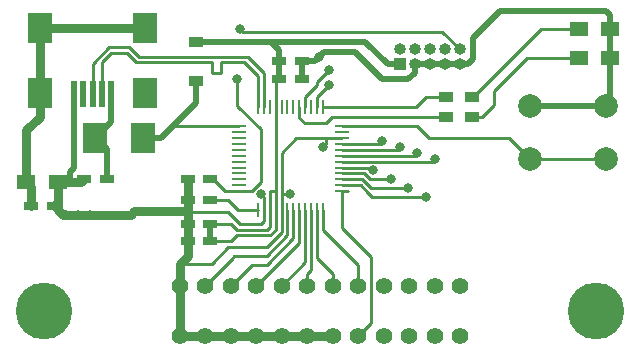
<source format=gbr>
G04 #@! TF.GenerationSoftware,KiCad,Pcbnew,(5.1.2-1)-1*
G04 #@! TF.CreationDate,2019-10-02T20:40:30+01:00*
G04 #@! TF.ProjectId,GPIB Serial Adapter,47504942-2053-4657-9269-616c20416461,rev?*
G04 #@! TF.SameCoordinates,Original*
G04 #@! TF.FileFunction,Copper,L1,Top*
G04 #@! TF.FilePolarity,Positive*
%FSLAX46Y46*%
G04 Gerber Fmt 4.6, Leading zero omitted, Abs format (unit mm)*
G04 Created by KiCad (PCBNEW (5.1.2-1)-1) date 2019-10-02 20:40:30*
%MOMM*%
%LPD*%
G04 APERTURE LIST*
%ADD10C,2.000000*%
%ADD11R,1.200000X0.900000*%
%ADD12R,1.500000X1.300000*%
%ADD13R,1.200000X0.750000*%
%ADD14R,1.000000X1.000000*%
%ADD15O,1.000000X1.000000*%
%ADD16R,1.300000X0.250000*%
%ADD17R,0.250000X1.300000*%
%ADD18R,2.000000X2.500000*%
%ADD19R,0.500000X2.300000*%
%ADD20C,1.390000*%
%ADD21C,4.800000*%
%ADD22C,0.800000*%
%ADD23C,0.254000*%
%ADD24C,0.250000*%
%ADD25C,0.762000*%
%ADD26C,0.508000*%
G04 APERTURE END LIST*
D10*
X124000000Y-9750000D03*
X124000000Y-14250000D03*
X117500000Y-9750000D03*
X117500000Y-14250000D03*
D11*
X112600000Y-10750000D03*
X110400000Y-10750000D03*
X112600000Y-9000000D03*
X110400000Y-9000000D03*
D12*
X124350000Y-5750000D03*
X121650000Y-5750000D03*
X124350000Y-3250000D03*
X121650000Y-3250000D03*
D13*
X98200000Y-6000000D03*
X96300000Y-6000000D03*
X98200000Y-7500000D03*
X96300000Y-7500000D03*
X88550000Y-21250000D03*
X90450000Y-21250000D03*
X88550000Y-19750000D03*
X90450000Y-19750000D03*
X88550000Y-16000000D03*
X90450000Y-16000000D03*
X88550000Y-17750000D03*
X90450000Y-17750000D03*
X81700000Y-16000000D03*
X79800000Y-16000000D03*
X77200000Y-18250000D03*
X75300000Y-18250000D03*
D14*
X106500000Y-6250000D03*
D15*
X106500000Y-4980000D03*
X107770000Y-6250000D03*
X107770000Y-4980000D03*
X109040000Y-6250000D03*
X109040000Y-4980000D03*
X110310000Y-6250000D03*
X110310000Y-4980000D03*
X111580000Y-6250000D03*
X111580000Y-4980000D03*
D16*
X101600000Y-17000000D03*
X101600000Y-16500000D03*
X101600000Y-16000000D03*
X101600000Y-15500000D03*
X101600000Y-15000000D03*
X101600000Y-14500000D03*
X101600000Y-14000000D03*
X101600000Y-13500000D03*
X101600000Y-13000000D03*
X101600000Y-12500000D03*
X101600000Y-12000000D03*
X101600000Y-11500000D03*
D17*
X100000000Y-9900000D03*
X99500000Y-9900000D03*
X99000000Y-9900000D03*
X98500000Y-9900000D03*
X98000000Y-9900000D03*
X97500000Y-9900000D03*
X97000000Y-9900000D03*
X96500000Y-9900000D03*
X96000000Y-9900000D03*
X95500000Y-9900000D03*
X95000000Y-9900000D03*
X94500000Y-9900000D03*
D16*
X92900000Y-11500000D03*
X92900000Y-12000000D03*
X92900000Y-12500000D03*
X92900000Y-13000000D03*
X92900000Y-13500000D03*
X92900000Y-14000000D03*
X92900000Y-14500000D03*
X92900000Y-15000000D03*
X92900000Y-15500000D03*
X92900000Y-16000000D03*
X92900000Y-16500000D03*
X92900000Y-17000000D03*
D17*
X94500000Y-18600000D03*
X95000000Y-18600000D03*
X95500000Y-18600000D03*
X96000000Y-18600000D03*
X96500000Y-18600000D03*
X97000000Y-18600000D03*
X97500000Y-18600000D03*
X98000000Y-18600000D03*
X98500000Y-18600000D03*
X99000000Y-18600000D03*
X99500000Y-18600000D03*
X100000000Y-18600000D03*
D12*
X77600000Y-16250000D03*
X74900000Y-16250000D03*
D18*
X84750000Y-12500000D03*
X80750000Y-12500000D03*
D11*
X89250000Y-4350000D03*
X89250000Y-7650000D03*
D19*
X82100000Y-8800000D03*
X81300000Y-8800000D03*
X80500000Y-8800000D03*
X79700000Y-8800000D03*
X78900000Y-8800000D03*
D18*
X84950000Y-8700000D03*
X84950000Y-3200000D03*
X76050000Y-8700000D03*
X76050000Y-3200000D03*
D20*
X111630000Y-25005000D03*
X111630000Y-29295000D03*
X109470000Y-25005000D03*
X109470000Y-29295000D03*
X107310000Y-25005000D03*
X107310000Y-29295000D03*
X105150000Y-25005000D03*
X105150000Y-29295000D03*
X102990000Y-25005000D03*
X102990000Y-29295000D03*
X100830000Y-25005000D03*
X100830000Y-29295000D03*
X98670000Y-25005000D03*
X98670000Y-29295000D03*
X96510000Y-25005000D03*
X96510000Y-29295000D03*
X94350000Y-25005000D03*
X94350000Y-29295000D03*
X92190000Y-25005000D03*
X92190000Y-29295000D03*
X90030000Y-25005000D03*
X90030000Y-29295000D03*
X87870000Y-25005000D03*
X87870000Y-29295000D03*
D21*
X76355000Y-27150000D03*
X123145000Y-27150000D03*
D22*
X108750000Y-17500000D03*
X107250000Y-16750000D03*
X105750000Y-16000000D03*
X104250000Y-15179410D03*
X80250000Y-19000000D03*
X79250000Y-19000000D03*
X78250000Y-19000000D03*
X94750000Y-17250000D03*
X97250000Y-17250000D03*
X100000000Y-13250000D03*
X99654000Y-5654000D03*
X109500000Y-14250000D03*
X108000000Y-13750000D03*
X106500000Y-13250000D03*
X105000000Y-12750000D03*
X100498000Y-7998000D03*
X100500000Y-6750000D03*
X93000000Y-3250000D03*
X92750000Y-7500000D03*
D23*
X101600000Y-16500000D02*
X103200000Y-16500000D01*
X103850000Y-17150000D02*
X104000000Y-17300000D01*
X103200000Y-16500000D02*
X103850000Y-17150000D01*
X104200000Y-17500000D02*
X103850000Y-17150000D01*
X108750000Y-17500000D02*
X104200000Y-17500000D01*
X101600000Y-16000000D02*
X103350000Y-16000000D01*
X103800000Y-16450000D02*
X103970590Y-16620590D01*
X103350000Y-16000000D02*
X103800000Y-16450000D01*
X104100000Y-16750000D02*
X103800000Y-16450000D01*
X107250000Y-16750000D02*
X104100000Y-16750000D01*
X103500000Y-15500000D02*
X101600000Y-15500000D01*
X104000000Y-16000000D02*
X103500000Y-15500000D01*
X105750000Y-16000000D02*
X104000000Y-16000000D01*
X101600000Y-15000000D02*
X104070590Y-15000000D01*
X104070590Y-15000000D02*
X104250000Y-15179410D01*
X102990000Y-25005000D02*
X102990000Y-23240000D01*
X100000000Y-20250000D02*
X100000000Y-18600000D01*
X102990000Y-23240000D02*
X100000000Y-20250000D01*
X99500000Y-22692122D02*
X99500000Y-19504000D01*
X99500000Y-19504000D02*
X99500000Y-18600000D01*
X100830000Y-24022122D02*
X99500000Y-22692122D01*
X100830000Y-25005000D02*
X100830000Y-24022122D01*
X99000000Y-23692122D02*
X99000000Y-19504000D01*
X99000000Y-19504000D02*
X99000000Y-18600000D01*
X98670000Y-24022122D02*
X99000000Y-23692122D01*
X98670000Y-25005000D02*
X98670000Y-24022122D01*
X98500000Y-23015000D02*
X98500000Y-18600000D01*
X96510000Y-25005000D02*
X98500000Y-23015000D01*
X98000000Y-21355000D02*
X98000000Y-18600000D01*
X94350000Y-25005000D02*
X98000000Y-21355000D01*
X97500000Y-21000000D02*
X97500000Y-18600000D01*
X95277500Y-23222500D02*
X97500000Y-21000000D01*
X93972500Y-23222500D02*
X95277500Y-23222500D01*
X92190000Y-25005000D02*
X93972500Y-23222500D01*
X97000000Y-20750000D02*
X97000000Y-18600000D01*
X90030000Y-25005000D02*
X92267500Y-22767500D01*
X92267500Y-22767500D02*
X92267500Y-22732500D01*
X92500000Y-22500000D02*
X95250000Y-22500000D01*
X92267500Y-22732500D02*
X92500000Y-22500000D01*
X95250000Y-22500000D02*
X97000000Y-20750000D01*
D24*
X77200000Y-16650000D02*
X77600000Y-16250000D01*
X77700000Y-16250000D02*
X77600000Y-16250000D01*
D25*
X87870000Y-29295000D02*
X90030000Y-29295000D01*
X90030000Y-29295000D02*
X92190000Y-29295000D01*
X92190000Y-29295000D02*
X94350000Y-29295000D01*
X77600000Y-17850000D02*
X77200000Y-18250000D01*
X77600000Y-16250000D02*
X77600000Y-17850000D01*
X79550000Y-16250000D02*
X79800000Y-16000000D01*
X77600000Y-17850000D02*
X77600000Y-18600000D01*
X77600000Y-18600000D02*
X78000000Y-19000000D01*
X78000000Y-19000000D02*
X78250000Y-19000000D01*
X80250000Y-19000000D02*
X80250000Y-19000000D01*
X79250000Y-19000000D02*
X80250000Y-19000000D01*
X78250000Y-19000000D02*
X79250000Y-19000000D01*
D26*
X78550000Y-15400000D02*
X78550000Y-16250000D01*
X78900000Y-8800000D02*
X78900000Y-15050000D01*
D25*
X78550000Y-16250000D02*
X79550000Y-16250000D01*
D26*
X78900000Y-15050000D02*
X78550000Y-15400000D01*
D25*
X77600000Y-16250000D02*
X78550000Y-16250000D01*
X100830000Y-29295000D02*
X98670000Y-29295000D01*
X98670000Y-29295000D02*
X96510000Y-29295000D01*
X96510000Y-29295000D02*
X94350000Y-29295000D01*
X87870000Y-29295000D02*
X87870000Y-25005000D01*
D23*
X93000000Y-19750000D02*
X92000000Y-18750000D01*
X94754000Y-19750000D02*
X93000000Y-19750000D01*
X95000000Y-19504000D02*
X94754000Y-19750000D01*
X92000000Y-18750000D02*
X88750000Y-18750000D01*
X95000000Y-18600000D02*
X95000000Y-19504000D01*
X97750000Y-12500000D02*
X96500000Y-13750000D01*
D25*
X80250000Y-19000000D02*
X83750000Y-19000000D01*
X84050000Y-18700000D02*
X88550000Y-18700000D01*
X83750000Y-19000000D02*
X84050000Y-18700000D01*
X88550000Y-16000000D02*
X88550000Y-17750000D01*
X88550000Y-17750000D02*
X88550000Y-18700000D01*
X88550000Y-18700000D02*
X88550000Y-19750000D01*
X88550000Y-19750000D02*
X88550000Y-21250000D01*
X88550000Y-21250000D02*
X88550000Y-22450000D01*
X87870000Y-23130000D02*
X87870000Y-25005000D01*
X88550000Y-22450000D02*
X87870000Y-23130000D01*
D26*
X111580000Y-6250000D02*
X110310000Y-6250000D01*
X110310000Y-6250000D02*
X109040000Y-6250000D01*
X109040000Y-6250000D02*
X107770000Y-6250000D01*
X107770000Y-6957106D02*
X107227106Y-7500000D01*
X107770000Y-6250000D02*
X107770000Y-6957106D01*
X107227106Y-7500000D02*
X105000000Y-7500000D01*
X105000000Y-7500000D02*
X102750000Y-5250000D01*
X100058000Y-5250000D02*
X99654000Y-5654000D01*
X99308000Y-6000000D02*
X98200000Y-6000000D01*
X102750000Y-5250000D02*
X100058000Y-5250000D01*
X98200000Y-6000000D02*
X98200000Y-7500000D01*
D23*
X95000000Y-17500000D02*
X94750000Y-17250000D01*
X95000000Y-18600000D02*
X95000000Y-17500000D01*
X90620000Y-23130000D02*
X87870000Y-23130000D01*
X92000000Y-21750000D02*
X90620000Y-23130000D01*
X95250000Y-21750000D02*
X92000000Y-21750000D01*
X96500000Y-20500000D02*
X95250000Y-21750000D01*
X96500000Y-18600000D02*
X96500000Y-20500000D01*
X96500000Y-17250000D02*
X97250000Y-17250000D01*
X96500000Y-13750000D02*
X96500000Y-17250000D01*
X96500000Y-17250000D02*
X96500000Y-18600000D01*
X100250000Y-13000000D02*
X100000000Y-13250000D01*
X101600000Y-12500000D02*
X100250000Y-12500000D01*
X100250000Y-12500000D02*
X100250000Y-13000000D01*
X100250000Y-12500000D02*
X97750000Y-12500000D01*
D26*
X99654000Y-5654000D02*
X99308000Y-6000000D01*
X117500000Y-9750000D02*
X124000000Y-9750000D01*
X124350000Y-9400000D02*
X124000000Y-9750000D01*
X124350000Y-5750000D02*
X124350000Y-9400000D01*
X124350000Y-5750000D02*
X124350000Y-3250000D01*
X124350000Y-2092000D02*
X124008000Y-1750000D01*
X124350000Y-3250000D02*
X124350000Y-2092000D01*
X124008000Y-1750000D02*
X115000000Y-1750000D01*
X115000000Y-1750000D02*
X112750000Y-4000000D01*
X112287106Y-6250000D02*
X111580000Y-6250000D01*
X112750000Y-5787106D02*
X112287106Y-6250000D01*
X112750000Y-4000000D02*
X112750000Y-5787106D01*
D23*
X101600000Y-14500000D02*
X109250000Y-14500000D01*
X109250000Y-14500000D02*
X109500000Y-14250000D01*
X107750000Y-14000000D02*
X108000000Y-13750000D01*
X101600000Y-14000000D02*
X107750000Y-14000000D01*
X106250000Y-13500000D02*
X106500000Y-13250000D01*
X101600000Y-13500000D02*
X106250000Y-13500000D01*
X104750000Y-13000000D02*
X105000000Y-12750000D01*
X101600000Y-13000000D02*
X104750000Y-13000000D01*
X102990000Y-29295000D02*
X104050000Y-28150000D01*
X101600000Y-17000000D02*
X102125000Y-17000000D01*
X104050000Y-28150000D02*
X104050000Y-23300000D01*
X104050000Y-23300000D02*
X104050000Y-22550000D01*
X101600000Y-20100000D02*
X101600000Y-17000000D01*
X104050000Y-22550000D02*
X101600000Y-20100000D01*
D24*
X76150000Y-8800000D02*
X76050000Y-8700000D01*
D25*
X76050000Y-8700000D02*
X76050000Y-3200000D01*
X84950000Y-3200000D02*
X76050000Y-3200000D01*
X74900000Y-11862000D02*
X74900000Y-16250000D01*
X76050000Y-10712000D02*
X74900000Y-11862000D01*
X76050000Y-8700000D02*
X76050000Y-10712000D01*
X75300000Y-16650000D02*
X74900000Y-16250000D01*
X75300000Y-18250000D02*
X75300000Y-16650000D01*
D26*
X82100000Y-11150000D02*
X80750000Y-12500000D01*
X82100000Y-8800000D02*
X82100000Y-11150000D01*
X81700000Y-13450000D02*
X80750000Y-12500000D01*
X81700000Y-16000000D02*
X81700000Y-13450000D01*
X89250000Y-4350000D02*
X94400000Y-4350000D01*
D23*
X96000000Y-7800000D02*
X96300000Y-7500000D01*
X96000000Y-9900000D02*
X96000000Y-7800000D01*
D26*
X96300000Y-7500000D02*
X96300000Y-6000000D01*
X95900000Y-4350000D02*
X96650000Y-4350000D01*
X96300000Y-6000000D02*
X96300000Y-5050000D01*
X96300000Y-5050000D02*
X95600000Y-4350000D01*
X95600000Y-4350000D02*
X95900000Y-4350000D01*
X94400000Y-4350000D02*
X95600000Y-4350000D01*
D23*
X95500000Y-18600000D02*
X95500000Y-17000000D01*
X95500000Y-17000000D02*
X96000000Y-17000000D01*
X96000000Y-17000000D02*
X96000000Y-18600000D01*
X96000000Y-9900000D02*
X96000000Y-17000000D01*
D26*
X90450000Y-19750000D02*
X90450000Y-21250000D01*
D23*
X95250000Y-20250000D02*
X92750000Y-20250000D01*
X92250000Y-19750000D02*
X90450000Y-19750000D01*
X92750000Y-20250000D02*
X92250000Y-19750000D01*
X95500000Y-20000000D02*
X95250000Y-20250000D01*
X95500000Y-18600000D02*
X95500000Y-20000000D01*
X95500000Y-20750000D02*
X92750000Y-20750000D01*
X92750000Y-20750000D02*
X92250000Y-21250000D01*
X96000000Y-20250000D02*
X95500000Y-20750000D01*
X92250000Y-21250000D02*
X90450000Y-21250000D01*
X96000000Y-18600000D02*
X96000000Y-20250000D01*
D26*
X103592000Y-4350000D02*
X96650000Y-4350000D01*
X105492000Y-6250000D02*
X103592000Y-4350000D01*
X106500000Y-6250000D02*
X105492000Y-6250000D01*
X89250000Y-8608000D02*
X89250000Y-7650000D01*
X84750000Y-12500000D02*
X86258000Y-12500000D01*
X89250000Y-9508000D02*
X89250000Y-9250000D01*
X89250000Y-9250000D02*
X89250000Y-8608000D01*
D23*
X87258000Y-11500000D02*
X87129000Y-11629000D01*
X92900000Y-11500000D02*
X87258000Y-11500000D01*
D26*
X87129000Y-11629000D02*
X89250000Y-9508000D01*
X86258000Y-12500000D02*
X87129000Y-11629000D01*
D23*
X94500000Y-18600000D02*
X92850000Y-18600000D01*
X92000000Y-17750000D02*
X90450000Y-17750000D01*
X92850000Y-18600000D02*
X92000000Y-17750000D01*
X99500000Y-9900000D02*
X99500000Y-8996000D01*
X99500000Y-8996000D02*
X100498000Y-7998000D01*
X98500000Y-8996000D02*
X99500000Y-7996000D01*
X98500000Y-9900000D02*
X98500000Y-8996000D01*
X99500000Y-7750000D02*
X99500000Y-7996000D01*
X100500000Y-6750000D02*
X99500000Y-7750000D01*
X90675000Y-16000000D02*
X90450000Y-16000000D01*
X91675000Y-17000000D02*
X90675000Y-16000000D01*
X92900000Y-17000000D02*
X91675000Y-17000000D01*
X92750000Y-9427922D02*
X92750000Y-7500000D01*
X94750000Y-11750000D02*
X92750000Y-9750000D01*
X94750000Y-16250000D02*
X94750000Y-11750000D01*
X92750000Y-9750000D02*
X92750000Y-9427922D01*
X94000000Y-17000000D02*
X94750000Y-16250000D01*
X92900000Y-17000000D02*
X94000000Y-17000000D01*
X93250000Y-3500000D02*
X93000000Y-3250000D01*
X110100000Y-3500000D02*
X93250000Y-3500000D01*
X111580000Y-4980000D02*
X110100000Y-3500000D01*
D24*
X81900000Y-4800000D02*
X80500000Y-6200000D01*
X84449990Y-5649990D02*
X83600000Y-4800000D01*
X80500000Y-6200000D02*
X80500000Y-8800000D01*
X83600000Y-4800000D02*
X81900000Y-4800000D01*
X91399990Y-5649990D02*
X84449990Y-5649990D01*
D23*
X93649990Y-5649990D02*
X91653990Y-5649990D01*
X91653990Y-5649990D02*
X91399990Y-5649990D01*
X95000000Y-7000000D02*
X93649990Y-5649990D01*
X95000000Y-9900000D02*
X95000000Y-7000000D01*
D24*
X83400000Y-5300000D02*
X84200000Y-6100000D01*
X82100000Y-5300000D02*
X83400000Y-5300000D01*
X81300000Y-6100000D02*
X82100000Y-5300000D01*
X81300000Y-8800000D02*
X81300000Y-6100000D01*
X84200000Y-6100000D02*
X90350000Y-6100000D01*
D23*
X93350000Y-6100000D02*
X94500000Y-7250000D01*
X91350000Y-7000000D02*
X91350000Y-6100000D01*
X90650000Y-7000000D02*
X91350000Y-7000000D01*
X94500000Y-7250000D02*
X94500000Y-9900000D01*
X90650000Y-6100000D02*
X90650000Y-7000000D01*
X91350000Y-6100000D02*
X93350000Y-6100000D01*
X90350000Y-6100000D02*
X90650000Y-6100000D01*
X112750000Y-9000000D02*
X118500000Y-3250000D01*
X112600000Y-9000000D02*
X112750000Y-9000000D01*
X118500000Y-3250000D02*
X121650000Y-3250000D01*
X100000000Y-9900000D02*
X107850000Y-9900000D01*
X108750000Y-9000000D02*
X110400000Y-9000000D01*
X107850000Y-9900000D02*
X108750000Y-9000000D01*
X113454000Y-10750000D02*
X114500000Y-9704000D01*
X112600000Y-10750000D02*
X113454000Y-10750000D01*
X114500000Y-9704000D02*
X114500000Y-8500000D01*
X117250000Y-5750000D02*
X121650000Y-5750000D01*
X114500000Y-8500000D02*
X117250000Y-5750000D01*
X98446000Y-11250000D02*
X98000000Y-10804000D01*
X98000000Y-10804000D02*
X98000000Y-9900000D01*
X100250000Y-11250000D02*
X98446000Y-11250000D01*
X100750000Y-10750000D02*
X100250000Y-11250000D01*
X110400000Y-10750000D02*
X100750000Y-10750000D01*
X115750000Y-12500000D02*
X117500000Y-14250000D01*
X109000000Y-12500000D02*
X115750000Y-12500000D01*
X108000000Y-11500000D02*
X109000000Y-12500000D01*
X101600000Y-11500000D02*
X108000000Y-11500000D01*
X117500000Y-14250000D02*
X124000000Y-14250000D01*
M02*

</source>
